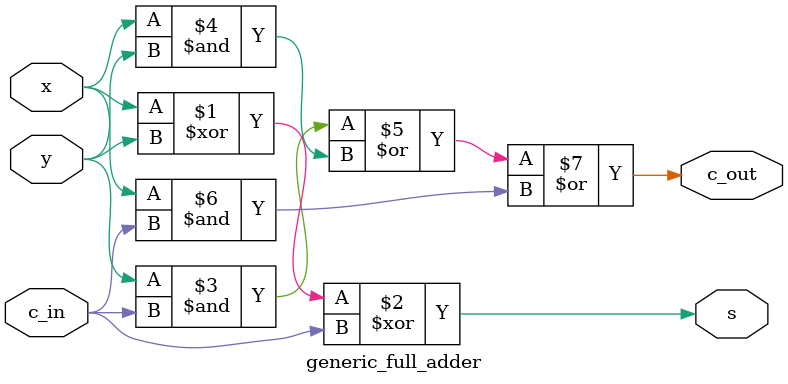
<source format=sv>
module generic_full_adder(input x, y, c_in, output s, c_out);
	assign s = (x ^ y) ^ c_in;
	assign c_out = (y & c_in) | (x & y) | (x & c_in);
endmodule 
</source>
